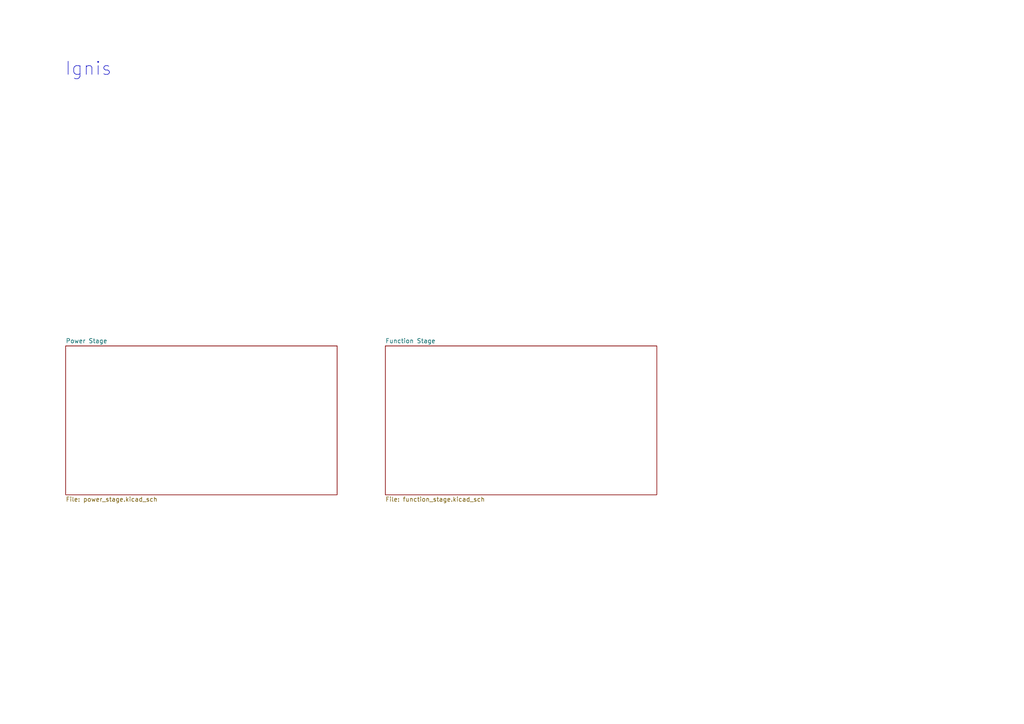
<source format=kicad_sch>
(kicad_sch
	(version 20250114)
	(generator "eeschema")
	(generator_version "9.0")
	(uuid "c0d27bc6-7cc3-4f73-8ef0-8760bb072409")
	(paper "A4")
	(title_block
		(title "Ignis")
		(date "2025-08-26")
		(rev "v2.2")
	)
	(lib_symbols)
	(text "Ignis"
		(exclude_from_sim no)
		(at 25.654 20.066 0)
		(effects
			(font
				(size 3.81 3.81)
			)
		)
		(uuid "d71fb224-0f11-4db3-825e-87a10c0181a2")
	)
	(sheet
		(at 19.05 100.33)
		(size 78.74 43.18)
		(exclude_from_sim no)
		(in_bom yes)
		(on_board yes)
		(dnp no)
		(fields_autoplaced yes)
		(stroke
			(width 0.1524)
			(type solid)
		)
		(fill
			(color 0 0 0 0.0000)
		)
		(uuid "5f9b8629-ad7f-4628-8ddf-c445521a1622")
		(property "Sheetname" "Power Stage"
			(at 19.05 99.6184 0)
			(effects
				(font
					(size 1.27 1.27)
				)
				(justify left bottom)
			)
		)
		(property "Sheetfile" "power_stage.kicad_sch"
			(at 19.05 144.0946 0)
			(effects
				(font
					(size 1.27 1.27)
				)
				(justify left top)
			)
		)
		(instances
			(project "IgnisV2"
				(path "/c0d27bc6-7cc3-4f73-8ef0-8760bb072409"
					(page "2")
				)
			)
		)
	)
	(sheet
		(at 111.76 100.33)
		(size 78.74 43.18)
		(exclude_from_sim no)
		(in_bom yes)
		(on_board yes)
		(dnp no)
		(fields_autoplaced yes)
		(stroke
			(width 0.1524)
			(type solid)
		)
		(fill
			(color 0 0 0 0.0000)
		)
		(uuid "facc229f-96b0-479f-a319-d364948dcb5f")
		(property "Sheetname" "Function Stage"
			(at 111.76 99.6184 0)
			(effects
				(font
					(size 1.27 1.27)
				)
				(justify left bottom)
			)
		)
		(property "Sheetfile" "function_stage.kicad_sch"
			(at 111.76 144.0946 0)
			(effects
				(font
					(size 1.27 1.27)
				)
				(justify left top)
			)
		)
		(instances
			(project "IgnisV2"
				(path "/c0d27bc6-7cc3-4f73-8ef0-8760bb072409"
					(page "3")
				)
			)
		)
	)
	(sheet_instances
		(path "/"
			(page "1")
		)
	)
	(embedded_fonts no)
	(embedded_files
		(file
			(name "TheoToys.kicad_wks")
			(type worksheet)
			(data |KLUv/WAvhr3gAi5Bx+cVINBIInkDdH1ccw0Qw2etmot2sbyMZg+jQSdXM8jLyP0FBBbRFc0VJKxS
				p+s63Pm8G4dBOpFKaEQ2Hb9aCSki7qoMducaBJc8p4KXda4eqdMhn4hKUp9EAIozT9RlK715ZrG2
				YMTr+ig/vjLjm1epd732l5f3me/qQ5P+ktWktUC/loNkFyCYM7N6kTM0Q8jtHVVFK1CwpwhdF2zo
				HHlKXhRicZWgXLOiN/ncU3zpNap+li4lPIWWZ9GBwmw3HRyZlUaTVUB3yJnBpw1QDJyRHDwGVrRq
				/u0SI6MPDl9rJZpDmaOYtDc8IrO86xF+jLr3mapArFlZ8AflOkbIEcFacGrdS1BbU3bhIH3nOgzh
				kZF8+B+7eYtWioP+tz50r1ysRt1filyhT06cB+KFtM/q242qAwR1rR2YvcVJNIFNKCNpF8QVvLL/
				11t3kGvAgvOzt+tCCVDgYghNeQJOY09WYdYEURlixzjqUIRavUZcX9gTp4EYJ79ufTyeVU57ZCNu
				w1J4Zt6CI04s2b3pc0M46DjTZ9P/oFUgCczhycQez9nMxLJ3jSLIvUflx1NrOebi9euv+BzhvDmE
				w886ztcg1aUY+ySnM9K/LxzzphkaMKqg+pz8vZ1Dvwhdqt9//EPP3FWmU3TmAmKzXdNHr54wcw7m
				1iec2rmez+fsAfbIknotxiLFQIDJNtJ9TdcNVfTHCt25pduVBSsFbDwVlVUIE4c9F6W6yZdbMhMW
				ETT84gk7C3mU4lLzk28/+fEBS8sktITtPmIPUU8RV5YEgm7kx0nVgFaFX317I+yLA52SwUdbb84o
				K6CKY5JXZyfh72iSva61RoFPRyM1CYBdoki9Mwdq7/ZuCOVwWHXFKnA5JrIKkvCsYJ61xRBrcHKb
				2+kcB/HRwz+TAiqxXIlgcm9dOjhQ3uqYVgxln3JQezY9CCKjBp2xohQs+/ZXVODbVZhxJskFyw84
				xaJHZRDLmv+CxKdW5z8LZogJrQz6zwefRausMgpVIV0zPHuQayaIgx+hdyt5nHxuuO3I6q7xm0PX
				dBVdjZZkMMU/85QTl52s9e3Ukch9oD/P+R89zKfqRwT25QosDmakQ7zDEEYlZsRQ31uvEjhXDObd
				pLQi0udrmQOfUcrsFBWID3fezTjXHAr5x78hPZMq6HMYjg1qaOCWSILKWwsivSmnV+LfrFE38HbH
				Y3ukgnVFhr+i5xwZtNs+S/WQaGFXiNThd2+NM5uP/bMBaQI9GbGxIGRC9W9qekBq/PyHhUMaWwkD
				2ahoL+zBGo/30J3Cq48D5RczmSsJsOAVqHWKw8ICLxvQwmswy9i55DZO1D1uR7C/2gw5tffcSrOz
				7ZDq6GILH9JwqisB6577Z9E7lhoclZyLCFvYhR7mkIjjmphFKt6wAmkCDXNbjYj6idDXMoioVO9l
				BiFqHkhg5a7pNpvvKrhb7GpBTJCIBJmLyd2f5FiP6fdVOOxnZ8SBf2g+bETofW8Gm1XhCdgDfrod
				4gWvZPoQ51+eSifUBenV/tBe9qJtLpNWbO9SgFS0hw3MNPy0zkGMMvY2+ROteYcd0+r9ZikHGhjt
				TdVi7HlV0bYIZxQrTuc57m6ZOSGj+n9ZFPmfiifvDZu5KpGmhotNh6u2F4mIlyIWd0fOWk9uJL5V
				rs71b7XJ4WjYOrdgPg43gB7RE6cXVppRnIf4S1dKoJNWAa8lHeJ5NgSws7Il16MoTkA19EnOExvM
				O3xomnPT1nVVRURTobBU5EhtEwXvc0EdxuHdydOFFxKB9ITUhyX05d7Yq1jBu1Z5oQlkQ/FCEZUj
				6PFd7RewnHaGf3q2/q5LXjEN/22VDut1tEaJbhkK88mxsh+5jp4dz741crhah/pfjbdNCzrdFqE1
				jDgZA7mLYxZ3/qgYqdegBYi0iHFK8L2J3ByrmGUxt2AaLCCQPFmuL1PQdBnghFn5xlwdRlJVt0j9
				+23IUT7swyhu/B/OIRS+HdyK565TWPsrDrG/EZngScYUmXrI80ghcTKo8S5TmfpKrwiYMlP+jsxH
				55NOvVFbTpjEK0TOnA28frNOXyXDGxYD7dw/aHnMBUZvIwbFneZhA88Pq2RgdNXZBdFVLfbSxXiS
				2FVzIkdGBjTLf8VLUNyaj0pDhf23OvkEQr2qikvmMx0l26qLCtxmZFApKYmbOSNkIp5tG75At5Kz
				ObVx1lCqzGSYNuz4rT6COGGRjICXoBOH2yQVaHmAzkFmRx4nZO5KijvchU64VQmk3rAFCfBMvy7P
				ibMnwhJTOn40kfhfCRGGKjZfay6Mf0Ui3DXxH/1BHXDzeB6BePOFpVFPEnLVOTV9y5yDRKjfQFm3
				Zi7PcM0J7s7FHxzqH+fR+QxUxy6BizaB13EQEfRgsAQ98P+2QaC0j0PqlJwmqJBWQKm52skR9Kwn
				9+l+sVJei3hr/R2bVzKht6ZgONrNO21/pFDDktXEURX5S+G6BtG/qV7zAvK0RuJL2M/GOX1FEykj
				w5YyRs01ozD/MYzjHyiDTA4TqHGa5vAbev4Bw3o4SgHIlBT33ln1MMd1WiQSHvVAWVY/ChH1afTE
				vdnHeJXhtp9H2H4RXsIMNpMh6C2aDEzCiTmZkOkrHIG3OJy5q0OPNRlLctrEJkg8fH++xk7HyVxZ
				+sGuWVUJtt1df+0MXs+5oK+bvoeQEas0fnuAZNBzr6cBrntOx/aWaAPg+c7IpfXsGIC9UsTT7EmJ
				5+RGluEC1aVNA46iTlr6JObw+88qtVWtUB/Qjj2IU4TCs1Y8T4ROIxrx6o8Rq8Olnrb3JKlAYx1B
				RBll+2d3fsl3aWCt+T9GAcyz6yBrAsEahDFFpRyPf78+1lOxqUrg7/+d/0lmaRTspKI/YvyvIAaz
				VjV9VkVSp1UTtL0LOs1oCVTrHIMts0X0O+kQdV7Zl8SFm/JpDu4/JjPA2cOd6gXa8OvOBYw1O5+T
				zyoxrngOlzswe8n8jEVOsrXfxQBCej6u9xiobnvE2J8gX7Y6JCss2L7oCYeV+8bsTl5AAVT4ooP4
				sKNq89RbX0EvtVClbV/5BjpsoDYlPAoTzHJP3Es9t5MXMrWhQ+TjrEf5dwIVpl97DznNV23/jQz9
				0zXLKwZ9YBcI1wA5FT9qBxR0qs36OBAj0M8E6piX9K8OObP4dQ+joViq9pUsNhLFTXic0ogX70/H
				arufcnUWhbpLJklOZHv80RxuwD4QUcgO/RnXghNuQJ20ILlzKHASE2U4V5rhZOdUVL/9FtITQSJ1
				TMaplaL2wgvQn5yfbrZYnJOnA0mnnsA+p/QkHK3DBwyxENwSIbuKI6gmbhDsnMfjAEJQQlwKLDtl
				rGAeBOh7P9eiZGUEVUoOKb3/E98cTVAcQ4CIeGWN5IkQFPXQBRLiIru51WVeP1pDhvTGiTl9iyWM
				eSNk0EnIlU13ZLb1Os2fY9v3em2LuiT8QC/Qvk0FkyJ4dQeZLErT8BvbYodThJPsRGvI9zAUab0F
				uWdKXY9nVYEg/cuKBSQdQJ79/6s63bD5suiLo84uyncP00afzOhZm0bnghIOM7UrGxVQgRTIyIoZ
				dDv8Q5RjCwIp2QqUcY2CeRrY9WFCtytsBIpKA9b+a+5MSawjENAZNqSCShgUooEVXQjG9pTxqe+R
				2mcdBjK9VphqY26TQgYR+IbywBbjNsHkuSsfwZiDy+jo34v7aln8kqYgWUIoL5bqbh0kZFcP5rRx
				9CA1ljnDXB3w0NpJXlkpWq13kh0hS65Fbe0Hiql7Bp9cVgbQSiqsvG8rTAtXzEfaThB6EKjkBdmA
				YT0v1SvMhyvZ/nb/vdc78+SY9bxLD3sWYN3z0FyiuXBL9tLPLD7SthuB80IDxWmN+KIybg3o7p+n
				68CCDmmfGSQekaQEaWK17cJYjkzYP6/EzL0YH5z9LZjti3VoqG0tgO8nDRFXrqXqzGXyNhPNB9qM
				ujv2Qc4gukp3HNBSZmldycgKcamq+xlUs+REGg2AW/IM8DUfzF9d5GzDJtFDlqDkBgqI/X35xlQv
				llTfB6lO4YVex9+iMmXO1W1TZuj7AvXMfhBmtHrhFAuLodWu35xQVMyY4JERGKps5QsGNRiq5NxM
				XFVM4hKcZa/TvrYVIIJibZnO9yJ3YNe7CCgFtaUbP1gxRx7zJCjcQ+4wUi0+I2N3EZbchVp5wOT1
				D05GZmlfww931o8mHnEbcIrBaCMQV0mnNFRs3hsCwUnW3TStTrz0NlAQKkW6hSFLnz51p3dgTE+U
				SRuwP5sXuZVb1Sn9FXiYqDsrJS9e8Z0msA3xH97xJo+k4xSRODOtJ94Fr93ZgYDYBnJLTWieiCcF
				PQS72cwS620LI2F8RKBVnlZt5Qj1mljBQK2jL4+SLgiXYF68G23a42JZBOsCNOxAomCxhb3GA1Z3
				q8JsRIKid9/asAIJAt7g3GXWDS3JYOwqohzoR8/aTxCQRspcFQ4+C8YjxOQs6JT5nIm1wlYxmw/T
				bRoZuGotkHC2K0pWWodGcBv6PfdIhfKW7kwarJ1PPDU1D+gBPPtW0LEkmQ8wYJGnxlM4ZVKfcs22
				cJjXlgwzXFZZ/+vPbuY4GbAKFhJZfcW2WKQohMgCjWjOEW6RhxGDRy7Y+uWtkosIlFCYy5YSm/C6
				8kN9fFUFbCSnuUh/Uq5X18FBLPzEvLRuWZBEVy9Q4VKcO29BElkaFHIIrVCh1hwWfbEZeCiFczwl
				PV67m+dv71ljii2paebKKLJm4CcokWCB+o+Y+JNB4yIPrTNjWQG9IMKOa4OaVUf/Q1ewEVZYZ/XC
				LE/rGgVk7dnIHo8qEA26WWH+NhNBE4n/N0JB3AB9CmwQZThqmQ87BflohRrN1U3B7MuM/Oeqqs+8
				DCmBioL1YDp0kkZyUTV5zw02gBYThEsGbb4ZAh1ctovCgTODtI7DZ9K901eCaTu/uEH2XCwwoQQX
				i6zWwPE24CAH7WpduKGYtzJfA5vUeHatp4NPjfWmoBvcILyilV4c3xZP9Nn6GvJOBWw3oKezfoBs
				j+CDACMIB71YvPjL072568IgNhMNYTkNwfa9VcKlLj4YGeH2Rq9uHzER/wTc5TSC7a5IxAv0rl6r
				qqWygjwDpRTQWQdpSPcdyaqRuzsRsdNYFQJzVAEVWG5LrfAHhWjA82oOqLTu0Esp8CtP5RP0fmCV
				ismHckBAn7peONkXo9HqtcnkHco6rCfpIeItYL3/T0qRyUB8EdyGLPmBnxkmU+c1YPHNUCgDIhcd
				OXij5vftI1SF5eY4M+mAQ8NooyHTxz/h0ZJquJ8r+vryuXo0+IZDkVX86DaHYVdkUpiOmk7qQG9X
				2kovdI+rFFTlKuAzFzx5jaNFPv+tw5z0fM5tLWueU/2KQkZ3BXt1rgfgEx84PawuRXyUqnOq2deY
				NqDZBqbYt7RkMgo0OXQ87iuvnG2PDjVYnSy8IHY/rkHWfYMVwjBvznww2t+yDT+Htp+CxEE31MTU
				1AGuCyOY0DuYeUkTxFTxcOfqPpNZBWIyHS6vcu8fHWFWKwGvx3sgbpLDnaua1v/adpyiP7h966Kb
				g30v9XFLsRVhWFRVHNkYjGpaWtLp+IGe6wgqZdDlKuhM0/MXelca7EK+uv+M994Idm9nmlzm748Y
				xPbXKqblibMU66jsqQE7VG6UqZeBOycQu6ZIh76bA/kKdHsqajZ5p/hJWK8SNiE0A95Z8IH2F6xQ
				JgozvUQ+CDxKLc0su/D/SmZQRcSdCfH92pRVUY8ZBy8DGl05dgKTr4ooE55M+MR2OX+dlGZ/5uur
				rjBgXLqJt9EPpC/fCKU4PNjYb8TNheWQ+y4GmLXQbgn1dLaqPbSIs6m7GVJEsBSxWJ99508ZaT+x
				OVL5BJe/wNDHn2ZTjlpS5pCUYh6DAKpZ5dDCSybYK9uM+i1RMAopZ54NFSrVB/RFGYKSgQbkls7k
				PotZzGoWfZ1JAJu2lVovCXe4ZXOusiQKx8/6pPecqMSqF2DPr6rKcujpTAwwFjaR5PL4t5GB34bu
				n6jBE5l40/vdizK8x7aFN/Fop246WI41d1WRQSC3vZML9hknDfQp8y7Xq0RBVLHPiS6D2lbFuAbi
				Fa3pqgrwy25kXm7ihmyM8FeG6sxf/+rLgEspu5iszHs7EeSHlecauPHdElOdxkck6nNkMnPEWWgG
				dJgvj8wKSWfpOfzPODJ5tD3h1ompwE98ZwzyCtmxEK7qo5jRXJKxXoHnCagvX0WY6ZRicBgCbzs3
				TeKWxp7zcwgN9LdT7lMATfBGhvYO8rxq8QKKMXfZuv842qbruWq+liCnhRisC/vTbPGekSsVF8YA
				PHCzh5I58P4G37qvW2TouGx0ehnnY4ZlwzUW7r0JgoSNYZMMRPVav3hWnbJCtDmsH++Thm1gXeVb
				pfU5LElqotzHfDpCOkvrp8HPaKtrxaUGPvfUIchsSK3O+Qk3WBEspEzZDF/Gy12gdAThCGyFHJ2t
				QDtQTs+npE03nUAU9+wJqokreBzFEdgkKszXuJFFHRrBqBhfMVjOcqxfO9xonnfY7IOIe5rw6m2d
				zNAzAMf7mHvX2ZZfhS6BIKh4qWHkbTCiUiS1sT0RndMcCKqedfugRH5B+8U/rQ/2Ot7JUfAeEN2L
				glmIUi3+LK6VxCqN2CqJ6Ww1SqkIM8VhROWAtteuOZfkRJSOFREZEX/0qaGOioy/ShGi/WHJsVlN
				2hdCoj87HkREn6YeJ0D9ighsvaCqdHXXqUO3VFQAJnEAWjbp9jgUyZksl3s4SYiJTuL7KBqBgQdi
				FMiHwBAMCm8dNPuSvElaFwI6qPkmgAieu0+TXr0ip9OOKf3H6jILlANk/srfXhVrNyOBRAOj5xmn
				yHsUwlhX9q4bRRBtUrCXxSAclIZgQFU87B31KKzlbKnQ6UDvf646Ho42WTo+2SKqcljR5076fDOV
				RDhyBBt2RGCdGESIZeswcXA62YBxDhKxxM8DPRxOwEsGSggM8+soUerGSQACANe47CUu1xolG8XK
				GZ+Yrc/TIf/zI24FIxb0An9ep4vQO80JWwEYUN4lyhAMwjDEkTAHEAakcHkiByTHAYRCl/HdmoqR
				GARBIMlCfX/7oojyiuI4AMl+IMIqCW6ls4XLuzXAAIYBxnIAUUTYV33w3X5GYRRoa8Cdpqw3gGEB
				A0ArARhwl/FgVg0YpHS5ddH2t771UHg2DTCqMOrytGMYARhwFQcgxxLQKq+LwgRA/6kuBRAgOSAp
				DECUwoDmKAxYEgMGMzyfzQGKAQhyQJEsIPo+lIAI9LxKAQQw4ADpXUKDwYAfpLecngbwanvbuFt8
				3kgMIEzTJIqjAACQZ7UwIDEMsGdaAIUADDDvhDgSwwAi4ffBKbeGAXeZ0ukglQfzecOEAN5zhk0D
				UvhubwNS9jYAlfF5UBogAANuOY3j+UwI4gDDAFROmcQ4wDgMMAzkAGQx4B6Uty0AARiQxqV8n+kg
				nu97Nun5Ztd2QBQGyO06KOME3GoKGyApDiAMYG+01VO5hQ2QHFAYkPatfe/pXQAAACAANH6nNnFA
				I4AECKBF0wTAtAAMGMx3OUjldDUAUxTFYRCGAfLc2oM0LwAAAmC/egLQ8mzfAgSgSnJQ/Arcmq4X
				wb5P2Nnd7FG4I7uTVnL0jxfKxODuKmyxgSo9Bwr53AJ2vMVHXcN5yOCKb/FK4Uaxu6Hh890i7Daa
				ZYDjnjjBmAuJO9wqDheRQOYZ1kTt9EG6WfE8ZnTCyKghsIm5jTaG3y3lel6cRbsW2oIi7sZ7a8gZ
				rbT1f46qrYo1MFaTjWULAxwxhYQiHz07qspDoWrCFo74wTwZhzz0XhI8Cn4fWFaM4vCHv5UeDN4c
				klsSV+Vg78JsoB35gPWbl2ZC0xQD+QoIW7FE9NywmCa+0s7WRtnUHM7s+6yYcpeFyuKIN0AQaFUD
				u1BOn7wSzK16gyZ2WdvfVmkdSo0xppeHeK/ms2xOFAw3gWyh/CW6mhAvKuuPAUHeEt/NfSyUtxEM
				WEnGFEKISqdSHfufXLP5UT83wDcIRDivy9DY/iadMcC6kpnmM/BeAfWtKEqdLhKJODse97xX9Hlh
				gkDR7RW8IevJINDGO0M1aBvNblyWkwPqsyqITutz4MkEAQgqmwXvM49aZuhMbbT+2khFwsOziedw
				vkM4jfT/j/5Ye5wkWGdBN7FxoLgdtLbVMyQiSeUeIkmQekQhCwXwopmSLK/6zRrUu4wi13GT8B0M
				W2mXqPwJ/Zv/r+qno1luiPduh+H/QJ0d5naPryISPd3HT1U0lfFUm0Gx9Zacg5+4KzDdEOG3gSAa
				fROYPhdqQO7wXdsUARJYIX4IQU9Ah6MHhiznQY1VwNVg29NhULQnTOZlv+HK/LUVkxH1DYt2V0pT
				tZkdOuU8gdmmu+q84ts5GyFVlLBirALDsDCBv8lRB1vtSDiMOkuXc6Q+M+vNpgOB1vtgojVCqFcW
				d5qXox9tL+tnWfsYUBMIlmZAC2jB8stdsNN+kojxfVibgawhA31cnQ013MGMr0lLTXUQxtK2PSvq
				RN9OvaNuZbQVjx8LQqpLPGT3hnuN11C6bp5+sdp2rqJMhaHtAqhup4Gqkxo3Kul3kLM7LxkFP6FD
				apyOoNcD/VRTJrlODEcfeWXh3DakgtV8BLFuXfvb18ywNPML09+qIuTdnn/dywO2L3PtHe8brFa1
				LVttlADv0pDlr9NVK1nfJY1UNMpF3Twwh+7gSyvBoIxdPQ9calidTwyikivl0eAjxRDs4B0MrJsq
				bUTBHf9zaS623zZkqovbyQjW3/ZumQjf8yNVG9GALD4z1QjsmaL/P1WrM4cKYGwzRMaRH+FPQlvJ
				gm4jGUPcbkFX2d8y7MOWP0+8BObL3nPwmQYnxsJxr06wo1gO03FhumTTckLgJRbyrrf//cw8cj/D
				IwIqIoYgaFulgiYN+LkRkRGBH7/mXssUi+x4nxgpgWcppccJfrLj7kEJG80iWHSQ77SIHCunkGOB
				ffgzemjSvLXUSJwN8Mp9Jr6pTnB/KgNN7v1+7PgVO+VEoyYQBy9XFpVhYXEdRKRow65iELKC68Eu
				gfWctTW6wgGcXgR6ltoAEQLTKIarrJjk8gkGv4vduGMd+34hhqRS37D49lkV3JbWUQORq8EM5Zwg
				sySQNlABoQKvg6WfJB1R12G6wLa4MOxGq+EJlsoZD9XdW3sxThli4BnpozvKLytnVWbS/H9QnWZ/
				0fj9dmKlboPgBxBlPO3Jg1JWFs5B3QYqmHZjavC4Bb67OvE5IJOuphGwqaEcFwQ9Bi2z5s3IuNSi
				1JZzmwghi52xK/AgSULVIjdo1Ti5Q/fHIvZxQOhj6fRZX8CILug1/Tpl5mGNoDuZzepFgl75UAfD
				4u6p7DD514VLqqQVVdVG8gRUZt1wU11P1ofIzY6ls+JM2Yc0CDX9/Wm2Eg3MFIR1ofr2mL6H5FMv
				xpHW/7kEDFfpS3CHG3gQ4Q19qCe7lTqrViuBS5N0aRbWJX2OfaDscpzxU73rugAnxusNpcxjetsa
				XA1+0ZDuk4a/JhqSGFZQsZOmH9wqftckIIXouv+UKQSlUfSv2ufAMypDz0pL88Q02yBkawJKU7hX
				897bZ1hPNxao6VjRhkPTS+pc8aFhdmvQBNKDaSp5iDnvjmYgUw5Y162nTPl14gTj5QONuTGQbK//
				+zM13p6w0lS6yrlgOmAR6FHstrM77m5G6FgE2dWyzqHcYAM0QzwR78YRbqEwhD6r87rz2A/M0Ao/
				mIYY24IzNRvHkFGpN3AH6WWu3OW6augQhqOFwliDPUSKUTvATSmesflMS0cFS0OlBf1J0SSXZm+M
				Ty6BUA3i+0ffdjytt2CpjZeQbIUZKo/r+4h2/S6eOQLn0Bw5niioSZNi212ZrnBDBMP5exQQRKcM
				wUL01aTTodFKD8Oa9XPUzM98MXDF1aVNqYjw+4I8DTmv+YVYOOI0OOKLVQy8Y0BAN8nAItXY5cE5
				f2d/wytECSyGZ07rCXL2sWON0SOdhwzXyAznfgeE0gTOE1v9Bq+vBoNhPACz74XffzB8FocJ0o8i
				7G4qTuCGl92HNgiw5KCmNjBEWY048ZoSwcvT/l/P+lkHuSOof89GIpNws9PTWvophucZQSJSpbtb
				f6otMrpfdhME0xw9ULjOkOGYjLedjHT0Ljtm3sQgMt7x6+fRUyUtZsZUJEhmxoUnIEc7mRVImoQd
				pLO8DS6ron1NnfINjvRJxKlgi28qEPnvPcs6H4fTQqnrXrIIpdmd75kdNCP83bTzV/FspLAmIHrd
				UKGBZhvLHtZ56OWzx2NKu24Y9gDqvlT+8jb5UpZ5WjFN7edTYQcHffn8A0t5ysPckrzVaiTxGLRG
				D6Cp2iKJo5BnQIJ3ZKnGQNgV41GzBYmEcGaryHyZmVRY7wPxV97koD50r5ceUey/qlrQ7tRgNYJ5
				r4uAJtADAnUQfSZeOkoK1aB01p/peDl88Dv/a+AnloFAWMK7FblfHkQZCveBjw8lLSWk+J8PorRs
				yAW8Ot00GjbPyVxrGKT3JLz0lFyaqXEkJP5YgRbF3Wr9iNs71RNML+KNCj0TEp1Kc4bceSlJBpLU
				TbjT7D4J0CL7nf0wg6c9RU+EDXw/euc1CSbTIdnmpoYb2HOlm8UkJbt6HsfPJ9lIIAHLmkJXZkj0
				QBmTmHAIP4l7M/B2aziInLmZfHVzQEmQc86LjYgVBDyB5qUM/rNdoCLVSzt/oM+Bz3ZjfHDPk37D
				jjck9Lg1t08EfjBZWoCUc71+BhkUTw55JiiN5gNQdzRvC0jXz7Qi0mcxi8lndYnm4kalQeRVGkBo
				ibcltC7nILnm794mMrkvC+GW7AkRaFulZgr4qd9H7Oa1j9oocZfPdAAWtxZyN41eTEt+gkusdSHV
				tvjC8ZpoSayIitY3fWZmwYiAWBKyh2ZckvtUkFrtXsZ6re2iTJ9xvBcvgnTBUeisKiMI/KH4MkjK
				+3iczEEYfzct/U/cdG76PK1NghDr3sWTOMOM8u4CVSRWEXtkkE9ejj/E5o2wtTdpiQMZ+4USbWB2
				r0h+jWZgJVCKOsv51f86OEEsgzF0w2vvzUM5yGuedKxJPr1S2XKfoUAeNA4z9LOJ/ZwWZnYPHaD1
				PIlmQQnCKnfYffvPVGWiGnYgWsrEmQ5aekR2ooLzmIMe5tbs5UM75DnM7epnfL2cHuqdGR/TqSIZ
				7WjjvFQcVC5qtDld3WHZcgGaMilNbQLDmmf5XjiqtJ1CRS8Tg+MAJn9Z149woYNaRj16o5J7hmBD
				L+p7NHqgTifT3QPnIEXgiPRC8Qvrbk3dKNiLFLBTTfjqjWPm4YU4CAxTIzZEz/flOCzmkI0A14tm
				o+f/Fa2JK7BmkGiJIypppfNAkt8eH6ujkGQBDaX7BDrf+81kASMYqQBCaiQD/R+SKq219PXfT4qI
				hW2igBQb6RVmKWrwFwuH0FGC5hRxfPrtNN8QRiqAPxodvHukECnq7yAdZBlhF/Nt1BS5GjiA1Tib
				Zyyd26ybN+wqDKascKwHJ7kh84iL9Zov0FLeQ5EC0BAMym2vKTWYr6GBG822hptkS+RtMvuz+jke
				ZKU1R0/57dXXCIgjNkHovm+ZnNpKEKSAikcq6GhLsAZ9pr+9DZcWYdOdJ1XE1nj459AEDg4PCeh+
				5BcViw+6QKoTEkaakInIS/K/Dlk3ULpcMeBlJajsEELI7wkm+/gIBtNeTrehT+LIZf4RTvNtTSYb
				rq3Mpi+tE0TIl7RqxPfR5VN7t6Cxq8gx2JMDUSpzPkdhsqKsYS2YDPrBBHmDYWnMYmSc8rvTyJzC
				qU66mgXy+XxgZvej4OaqVm2Ze03rBfn2uDtNxUOvjLEF6REOySLkRIytt27AYFukzUdNGtes37rH
				UybOsUe1/jKLkHOEiMzm/fCr35lCUY0047XcMYQGJe2iL0o1+3T09bAMrtWaYdQVnXyAkQ+jPhKi
				PHSs30IiO140ohZfWOnlnPxjLYGHw/Aqi1acVf0bfSqzz0YAPZ4m7N+gYPzGOWLsfI5+XwY5WlSr
				8RD5J1ex3zEAginUbW2NofKL9ZwIS8rIFwOSw4SI113QEICJeTSwvFAOf0/C/Ita8E8KpapYAznl
				c42DfxgPuyOO3e52jE9q8qA+Y6lBofD9NQ1tkKYUrRPhy5ZxDRS7xFKSWQrGM0SlGGvTz+AEJ2CM
				K7M5qJV5DzHIeWPmQCC5dujRnRcaquNZrNyJRzTlLamSrsODbpwI4B5aabNmbdl2IuGmBE4O3s5Z
				klfV67r8PR+ZTzVYUdpHWjXQDQOCqL7WVdvr7lnlJ4J+XYtS6NXYfH0MFmFrDC1sCNmPZhoXLhWb
				ig2E+9littIb2g4IRn6zHoQ30vu4bP1Eyo/UrbERnqtEai/na2FvMOVTcy7n2TcT6M+pyFeMEIyH
				GD80Q5agVep25kQm/5wnM+VsvWeFHfNCVWOSGYQvJ6xGWhiVuLO3oSX6UV68Ioit0DXbu/RKYHpk
				ffXmeNsRlb+SqE/sXb8TRQ6Z1Z7iLmQHzzXvVOn3NJBNnbXn6WVHxVM08t9mkb2NdHyYKIMkEehg
				I8b6CqeyqRNDRcI08BQh+GHoeGqS/+nbAUJc/i7E5SFJUgDDVtSimntCRSY56q0YVuB8+acPXLpD
				cJ5YoUHY5UfKZnL0UMokJHWQqxkvjGyrvLtRfKzFgCC0lFp33ng0BHIMNkMpO6ZaTIZD60nT34Ya
				a4pmnIjWflVEbEnkAV3NP/+6HrBOx4TtgFrXRO9FrjEZep6YFPvoIqx91aoKbLvby+bwSTrd7gbm
				sj0CfUBNaSpo9llzXet+8bt5xcy5/k5fA3qEugkE19bhUBhObi1/Bs/J1tBL8z65i/CkhkFZtxNy
				Fgs6/vPg4RchoqbpgvVnZqMKBqPrglCIjSwqIDd2aCmwYtSXkVxsoZxDOCYyC/vbolm1MGYoFxXn
				GpPpRN9VQf/FT8H/CHhHUwGXF2mBzr9H1+MXqimwsxVghZrog61pmy+gBrjbyr9LgipFB27N3LTN
				PPDudXFr46peuqbTek2oaI8hFZcxTxR68yhpTytjJ71kihVNr8D+QhKSBKELjiETstnGOknQj1Rt
				V3NQGGbb2YsGvkVWqc+Nf0dN/sEKqS5T8VmdCbFwW1vx/8+X+fGiABEDZDcMQ6Sf2LClslJVuyMA
				oZ0IjAHNgjsWbaAQOcQb+lH9ikj+nIIOMvVq6OxDMhvnRfzKCad+t/chaFh3XZo1pQQUVrzac0VF
				pdltMkvbJHKmxHhb8zbTNSXInxj8xwga6NS6z61TLl08/egzLuayhEaujP4E5gEFeZwxGHwmuOto
				CR/5gJGy0sd8yPPqIEV7fPrQ1+pXQfRSARJO8Z1FtLvxIqWu5wOUwrT4DOGgn4aa6xFC5s85GZZZ
				Bqe065OYD/W2Zp9aIzqy0usL7wOaL1S2iVIDJfGKK900vSJBbUXR8z6/3rIIvBtkP/80KLFy9tiW
				NqcBmLwv9Q9Uate32roZg2miz1G0OL8gUobs0V2NhkazLBSVNjQaQer+n4zPERtbW42M0/n7UnkQ
				UhGbYnQA7XHRehbj/o0nUE5LAxwkPqs3IwHdPht8U5xPcdsJ8tHX5iSz0iKcijaFsnBgmvB9LmAU
				1cFkj797DqzypD4CWFalr7O1VSKOCEWzdrIWy2Qj9mWl4op2rw1g9N31QBj8s5cht07ko+qycuuY
				m4roG6xRKU0dlkTQ223v8xkxd0WTOkiHfL8okVZ1aUuPTMG5759lAJqibpBDeYQbTD2fq/v8h9lo
				q3wlupOYh+5QAW/EcTg6Cz8hhzDJOKnik2kYCGFoNcx/GxiuAYvkk2cNJa36X+FCSWLn2poqtlor
				+pUFQYy1/d5ZjUB4TOSgkGNhcoJffp6jiTXIF5ykd59nTCHe/7kvPCwWlSWjoceTuQTuawJlhUJ+
				ZTuFucGHt4T0j+1oX4uiU1P9QI5gzB81FOIxXnqvAwEtGzQCjBgM9ICAQJ8h36EEcUI+6PDFUfMz
				s5G2iEnFsplFYfNFRVwgN4XBEFHl49rYfgmmtBUYzqc5GbMKlGQaVjGg/I6GzPJFCBdlsAnppLnQ
				Z73cOd3RWQqyF9TsB1ZKpJj2w2eourQ6b3HRL7ShSEO8m54MFUl+kp91YW1OYpLMXOdUJAQKwPVX
				PZdgf3cEafZxjMNokF+MYcEcdiWqQdtOGPMNe3XMSRrB6JowrDoJ35Inhd3wIhNzMJnq1B8O/ktL
				/lAYYYkkJlKsHs41KtBOy1NqTN+H1ENn2wsueoSzWCpE+gdk3ApdApRAQW3gW4AP84tlZfjTZbfF
				+R0WC64nH0QW5sfDRjFFCnuPVjSIQtoGbh0OSJXlvKzzv10MVBZCoD9gGcfgLbZ8EJ492LJXms7O
				FwZBdFgjQlHedNaDxxIdTOwAO/9f0xALfiXXs15JX7aPcq8hMY3j5MrxWaQf36TpXmAuhU8VB96I
				GOnx6iOHhVE1uwg+Dlk74Hn0IWBTt/o9RJqAFl0RnhKpTZk5Y7iyiojzGgsW+LIKY6h7zX4rTqFn
				y1TD6/vPd0KEQnHQn5ZTdKoKkOmHv8+rCt8PjN/m4Gft1tdgrc01KuwmaYL5+rwjONUXVvCNkjXl
				ApmBvbvsaA2zmhBTTTFr3RQCvfgD/lh5wV3+tVkLMBVeLDHvTutV+S2vf/c19/pWnBJggwiU6t9i
				x388cruoR5Z6pv/1vX3nXCOH4yB+0s3mcT7HXqQgMzaH8NDmQOrs8mzh9RQ22xQo8D3rxskcqkth
				IIAf1xV4Jvw/K8br6udVPUSoPMPliPyg9sv5I/yqvro5xAg6Chh6HIfym1teoVsPuwuEiLz+6iGf
				Ja0JiEZQZoSaNWe0ncTk/3+gw+uu2fVjCPoPV1bn0nc7pXNp5xDwb/rJVYKtxewKf+TrI5JpJsgn
				fCq2EuAC51O1S/JUuYRKBcfIOoRG1cP/fOIDXkm7E7AUXAMbR7aLk/7BYT0U/ATc82gEg+v7rryq
				WZiMwZp1V0p+2r0kCjRKptZ2XaEb1uej8zPvYRqKF+ym4+5V/Yx4DdHdtRjZARoCCYeFDAIBrHAr
				jqOK6Km4gV2EX1omK/SU8aFZNZVF3BN8Ly/j1Z4FFiLsmhdyEUwc4f8/4af6jlHB0gkVebMHfLif
				yFCBHQnfy3wXhVf6mf19xvIRGOuszPOC4A5KwIlbXAsbFxwEF90sOEwP53tQgqD4wMO5C0eypaTg
				rK1Yd7OX6VQoDjKT0e+nsU6lFyygRWpLKrZ/LZlOLos7VAf7EL7YUU0CeqzQm3y3vv/wdktg18+4
				6fNApHPp2aaQ7eAPYtgLXCOrkOXiO2RAfE6+Fxs97aj4nT+Uddl5ELo05Tz2D/o5rFBoFhW9wiyh
				z70Jq5DTlAFTBfk23KXUlpsFHU3JbxMG3KyCoISuTIzUtTl2LDwI+aEvVRh2RPrLyN1TbIokmEuA
				3nPl9Tcir4tNrJt9wRNtLOg74e6FR0ipz7GuJiYK6dwK5sSrnvYkq5WsywF4BY5uRl6V46jF22dp
				lPmdk0eNDncyV7BTJPPBJTZ0Ckp7yBLo6CCFwghPzbTMHcm57NG53WHhWqwDi9U/MFBT+50l/KgX
				7ECRc9BtSfKaoctYl4guYzW4ipzYN8CouT6Dn98tc7FO+RlE1ebV9RPM+H/a3ztnelxwXoVynhJQ
				iDS7UDRuPGdMxSOCj/b0D4fkRwJPedYMg3978ecW9DUayyWDdSX+U1PtXbXKSJ6qNIl3zuzlmuhg
				t7Y7Bxt4IXO/Y5Mg5CjPvP87qk2wXOG/3nkI5ga2z0kLXtnJ/xpBA/nu2Ii/J1glhmMzEzQwmyN5
				Vggd3gv9QLlhnsSy90Wy1NYuW+wbgVL4wXSm9DMcaUKkE2e8z8TAXpwjHJtK2pUSWOpL2c6jKwEu
				6H6FrVT9bY1l9IFw8y/qHzJ+rYOYZdFO6WS9L0Fm7H8jXw6tnJcHj9ijQPT0aU+fbVTClCalNMQ1
				inyG+ZuVKuP2e+//PjEDsnOCHbfO55uRj4/KOCw/XPLocM5K6XIaH4hUocntyDiZaLZ62k0AapzW
				Ubb4h8tKcYJ+Iosgfk2LOfab4GtED3pQVDYMjOuf/kQ7uqMBz8u0BjVvx/sz1SZzEThCluirtT+Q
				Nu478GhJ9AcWXAdYRLtEPfhqScJnqnnLIPlFkpTHh3K+sNEeJo6c5zpa8HWR1EG/JA1L7s2B29Wy
				A8hglC9SN0vkSeQrzOOBbErl6Ms6Pf3Y0fBpc1UTNyQvSKsZy3XnxZWscUc7EM6S5Pf1REnfaTOp
				6TnSc+cUq2cIB5S8tQbaJSh3cdJBfuDUH4BhOICDAzjIQSbwC/b5ItRz642NOP88FcnHEjgij5jd
				/DYo4q6gzr0zlKycHfTY3TTkIBge2Lb34Q/Wj9H0C33QseqYH6zGOiCw7/deiRxnJp07K/YbN2/P
				Fu9ST0dyN1wHH1nLKqfa4Zd7mug/glzDAqbli0Fsh3W6DjDxHpI7ka//zlsEJflUB0KLt7D/Mw72
				mswG2UG0z+OCRU7FPcdSIpXDjDUWbJFH4N0hpiSjm0dimoHjpwRznt22NIknsXgl2PlhU4ZCoqHh
				A0/N+fo/BqsxEER671xmomFHQccV0+23KTR+0qF7/AFrtDQv4QYRXRQPRFXGmLuS52unHm1czHDN
				hRBg1qWRNnCOams+arpycCZgNxau+RA4B4SGQZb2Vg9/cKDI+jebZKphNEx5UPKHaPbIJg4vCha1
				+1PZ32uHWs0L3k9ZQEaifcKFdhjg4K2BYeB1DLRS6zt34ex505AeUly7nK7U1SI5R642Oqy0XsKM
				oMCq1TTM3vzII0bemIVplu1jeuUZXDp7/IiN+IPYacGV2JgWckDYjcHDf9VfZnJSBRsld+1/wimu
				e6wrRpF7u9wppszey/vLH/T154ddihSusuMzsYKmWTOuzMaHS68siC5axz2i5o++d6H7Dlf9rE53
				WXbkKPO6z8NpavgYo0By2tRzOI0xXBr5FuwSOzrBdZz6Q8bEbSHkKDBDjCczKvfJyMy2prQ3EXzx
				i9H0cO1/HsZBXI60TSnEArQ4qmJ9QpRQUlrG6Ji15EIiomr1Idn+KN6NNOam6rAY0EldORmBKoQb
				pBFjwfcGJ6jPOQdz4tSxpcUWinysDmqBTKR5F6gwBuOwQHhsxrWWIUrlEKykXp4OhNECjWmF/juv
				gv85NvZOtYwwLUb/aMa4IqCo1qHW2Xw6kLCp6DiPhlJwg7djnbc/0hCxyzESmg6+NHRmJ1PQB0gF
				izsMP9o0u6fCEcE/YK5eCRiB4ejmhEuOkAYGjTPF6W1rNI8gsehmMQcYEtw6utQNqiHpuToS3N1u
				Z1cwhh3UdO2F0TU67UYMiucrW/HSptn3Q86hTPXKvi1geZlsd8MP/lvKQ6Ykw1iC0EqLwXd2IxDt
				UumeLQnn5TNzLfAu+pDaLAoqc43jdjC4ux2lz/t42IDewn2O3YPAl1UyQNfC96AlRvGfCincXksD
				w6JLc13Zch91TzyCf4TXM16lUAcu+82nAXlB7oP05Pu0D9o76ieFebpgOl5DpEK/gd50RaWkEzFv
				jtcDiDbokbsf5ip5N10gkxpi+5I6p2HbroHnZDDlk7lNgqAA1UQFpzyJarJav7KW7Nx+vCxCcU/1
				uePNv+aVEzPNgCayqUXigygDFQmqC7KpFiOFWwERTDAbeMFMHNdVfNJlJkIh61Ae9v0OqVDJvGPN
				KrT0OQp0I4dqb0sxFHg0rk+V7MgJgyooUX3RiaHlTPWcZTbb4Yx7iZCDDVvpRjJcxcqZPbYXb7Sx
				znc80V7wGY6STR+hPqdAdBeKpPsD3TLMjNeWMKOhkK86735v41AwllBD+AH/wS/uK1Www7MxdVfD
				kQ1f4o/pdNxmSzWdn4wO+jrZAb5K5C9FYh4/VxmZfM5u2KfU/VsTTqN3NqnN2gxvVXMpTQvX6dx6
				khk30enhpMpKvaivV644o5o8+clFnli0nEe/n+Nykw2XMy/RJs2Djaq0pnxruRti0neoUCV/UwIH
				4nlGQQwJB0I8ZhDU94qHCU5hO9uKBTZ4cCoNr/ng9ui94gRLe9SW+WhKmEHC+9YwdrTgz/j8MRNW
				WfnEC4KSiMt+mcBaLZfqaVKbDKnCWcGBPTo9vnozom0nWT4CmoFVbNAvFbJH7Q6xxeApTdBVIHpk
				qAQeH6WlgXFZLUV3T2LgtN28KGxVJ5QJo/wQcfsg5qVoj69we954n0uS5C+kU4QxELYsDAaDrGfh
				OIg+jtWgLWhoXsoiLkiI9bGr7PRV9AQSo++URV7zToMpZ6TOpAkoaVl386meTRAmeFnIxtMNipLb
				r5iheB+rCNo5atbs9T7Jp0OnbcvqMo6/1BL12fOruCXWoesqdcyV876sfmzOGs8l0axesUGjC5L4
				uQPBEHFqqKjeqNkscZ9sEtlxbAtw5U+zAuJq92O6+Qvf6lghKjGBc4B64XcSzX7ac9gD4i6ZJPNI
				z7kw98K4X7KqLDyfAl6m2dxhbd4mWqtqoz5ILgrJoSbr3MqAB5QRvR4eBgK/+6qjRmMepgLu81BN
				yBfK4NVuOL1rW3WyiBZ17jxy5MXnbjniHMU524GToPBZFDNveO1zOKJB+SFHP86Dbrf8h3QeZtdG
				cXBzCbM0ECKf4+qJ/uegZw4rD4bzv5aZygXXoPDs22bg9zv25NzpkDmCF9gcn0iWpzm6d8252DLg
				IxsRXGpfByZqwEt1bzkFeEP4SZLfg+fOsoW4GYSb52ZBHri/xB36ecdYKtrMtipMRndSVM9Cj06T
				WzgDcUT448gMO+8TN+DRkzy8FUypj542RP9NSe2x70NaaDjQoWyGIO87E3CckOU4WfccGy0Qz+gH
				40aRM2LQXYaYJG18n4siT836oltMI30yEbBxYiT+ShvTalaD4GZ8jmLFtAatraoMLe17WCQvgRec
				BsgBTBF+EEAL8NzFKSGyL/z/KXkLeHEdCHGDd0NNSAxLMC7eWwunyKLqzHl84HrZ+Du6ZJkNGb6o
				3ENQqjbEfW+EinHVag077N5ZzB63q1Un7sJhZmAQZxSY2U49DbjdXKJB2XfmU9XmoUb1oU3MUbzQ
				pZcko2GnsF0EpvcIDBwVcAKeGiEgq0ghXz9U7NMrWgN0FrWR+9h7H2i42UGMlqq43M02ChXFCA47
				+pzgeQK5V1tmVXRw/sTQtXhPFsqA0/SWlB8J5G6DZY5NHn++SljZz+yvzZQpwQ8+u0ZLNPlqm7Dx
				xbvFiYWObMfweWwHUPdc1e29beYLpA28KwXDNXZGncEM7cRJ5ErKSA5jY1NXPYZ4vHH0IYLRfafU
				E1FoAqGPcsTLnmhu11qZY3ek7sxdo66VLS+5R02wXq8rQO5BGhJH9jwpKY6rPvetzBgDb9bFzoIH
				csT8DTMMQM/aBVxfp4kj2nZojilWrb9yXodaF11V1qZOK4N8syocigaGFZozhFukkQNhUhlOpRSG
				0klSS/Ptj03QDZAXWeC9PdIB0e1iotipSQ9mGx5L/z/yfsYYQ0RBoOkO+l19kQ51S4eeDIJewWva
				07fEjB4z60OZ38L2fHBwsyBtomnzeOqS6Ljn0NxR+gWTIt+CzNxdwbGWEV+JpeWYL/XljoGSC+cI
				qEMQ7HSGf+LUTSTRTxlm2HQl6NAm9NTBxGA7TdZD1IV6fSs2Lop0KPx+6tZ3P5Dn20QP8Q1tJaKS
				b1eJPrGPGbwhoKQ/0gEiawdCuSXBnxYykxCVfW1xJNuHz8FNpad+DAzLjpfIfgI71Yf8X0dJjwaz
				juP0PMTEZprXCdkf/G27CVehTD269/crpQpEwVqzEbJlYpRZjCxzCcwTT/5sOpk0eNHtJDuXUhbm
				FfmWG3cWGmIY4TTrN3YSsHAbRr0EtdKnNgSC4oOzIsdCsRWXP6A1+B7WA1jhPSL27bPvqNoHTAum
				LmqN85K9/rehzwlXgg43VRiG7egzCQ4HSBFgWHOH6nVVdo5H6EOzPaxfVxlrQWhwNutAnwTNcrFJ
				543ruume/m56x/D92fhxi4+o7MsrkzemT5T4dSBZWr1WMNGR4z1so/AoLfJWKtAEopvla+UKOaiH
				1rRfvmuZZx8fsdAa/rWp7KerSm/6uL/O4dDwHHOpgFAIUgkHXrqeg7vUjXEOop3BkMogqadZ7GtZ
				HIKMa+beTkdpnqBWlH6ras98rcm3jscnUlDTqvGGmwS22F3Crkwx6Q+zFX9YIsplJxA8lpdbqHGg
				TPwJYkRbKbCnXkNH/FCdQ0DSGPvIAuSfOpXFs/l/Xdn/UyuECC/XsOPw+ECVMONmgFkeTHHwQcDr
				5IlMgcbZDGj8ZmyBVhTtazA1ZG3CIzaW7ZkwNBnXcfEkRg0nSGk5yoQ1j7hHcJXOBWhFNI/hMZ8d
				gGgtwGnPK4YjODx9bZ5MTdngv+RuprQOvLsj36NB9BzZeE4qdh4JmlgJdZB4TqeAlCfWNNdoqr5o
				9dEDixIgCmWOnj0aeEf2cvDsruJueVtinogjapMOhYn6fo/nCrccK6OCi3xULnf2MFR6PWY58wjT
				H91+8JQjnbSCPqaJOaAPrk1HWAwtJFRJ5WPljfcC85zDje9yclT4Utn2fE+ap6DX/7ZLXkv/n5xn
				xdYVjYSLYypo1XCEFhlyIeNXeflis2NFboNq9VqlFIHB15yQqI7ItooD5RQisyRYFXkkuibMjrkW
				qMBVOxKTAT1IhzNQXxruw7KMV4zKiSXH4T1z9pBk/3NyOEbARHUaNGtYaI97Hf5QcPm2YclzqoAF
				6UiPrI1DveV3yWqSeNecMOo1d7WeHtsire4tk4bq277r4y/NR6XWopNEMFeTQEVuQVYqbC5J9pBG
				HiwrEVDl0Ww50+3xMeHjehIvSmXQlEtsBz2BWRdGAimY2FkUGXV2G+HANGxozj6sRH1l4euQRdlS
				SSFMQQ2elU2zqvuUAiybJoydj9/Rc1CHP1U9R2ei/Kv/iau3WLvxsidgJk94oPReKYzGRZQ6iEmF
				Q1jPtM2upUnjZFb4jthHrEOFixkHrkMM3dDtJYI/0Fi4ufr9h5RZyt2ZMeg06IUM8VxgmDPHLPac
				EaSVsrficXEtq0JMgavfCtCIvMLY046EO3q3Pv/j/OeYgSVig/zvMHhirCacNYTOTIG2NUe67zNQ
				eQaNkB7xg0KnjsEu9Yk73KrgTXk4RnVam0nQGR6ccLCp5G1YQSJzTZB6ZJGDIYR8VgXDVDeDuzHK
				tyBvoVl1uD30a0aTkRfMPzrnkorhpbxff/pXj10Y7oPrjQJm0RZaYWLtdo4tQ+zLCttr9vy8WQVI
				pJ7nwELJKjamCOXM8stKVKDK2K9llKVNtEYvF5tLfhxw+O9/ItcsVzvulffSTcyjgHzXVqx3ddcx
				qdunNohG/EHVSelq01P3Ww5fBQMPt3OdgMQfZNVuHaJUxN7OdCjVqUSQ+9v9kUpITNYOGJbWZ2vk
				SNXaHfvyFOtBcxVWDIc/GkWnKd01Cj5DsXp6GKSXHJJBNqv/s+9G2F/bu70xsO4pyFCZKdcEeE5G
				9jZ4bZfCOy9tEAziwZPBA4wFGSZiNG/sjGkhpFjdZFvaVwq27lo3lVtgC5BfYWwxtzyZpLOFbELc
				SbZIuOnaYJHXhGm39ug3DYbSbv7YBwTFbUj5SzdTyFvrIfUcZNkHYCpw0XsPJAwkD0wEL3Yg5Wj3
				FcIbYJin+h8Es6kWw//rP/IybjDwazZgKmdwAeZIwpC4NCFEDJxPVoLWSGBJkukc5tiXJ3epgUam
				yrBEoQieN9QgcPmuwtMJBHGhZB9vyFmgBW598Ii7aiy9+B8sFnwJkkZHUKRCnHXUqOiDnHnN5+qc
				8tseGdByUzqU5fP+uKV9xxjfimgSVzSC/A1WyHaMK2jWI4d3LP+SrQeYo56g6jvfJilOEL5G/tuz
				lQyfpwx7pg01PK7KUKsl1fu83DrepC80CLcoQPbWOCy3xPraYKmcVrXwS/vKIE1aYBMipIrom+XA
				MDRQ9H8W15jXiAN6cJbAgOZkfcAHuhy4TB0+7LZeBbPwze6hBiqsiPTaM4hHwGx5O0dWMDTjoIgQ
				jjHnKzWfSui1/Wktgm+nxOGPclunwIiQFZcc4wX0b+2qCnvX/+0fPNh5wk8aIYvtUWyXjQteJh5+
				N/d5uCNHYq52RPR/xYaTlBmk5fHPW7WTa1zoAc8hGlVmH5uuqM58JifOFvkKjfeiuh0qVK1fw2oJ
				bFEVilbbA+tVyCIMgeA9Dj5joQ5sU/4nuq/fCAWOznndlASml93FOSm4tgDywYKITpVnPxkF3Xrs
				OC0i31Jk7zl0cQ5T0N3VMh0edIQy2GkKhWGlwQjLKAjpUFqEkMxp5K04EKBPaeWnOBwdXDBtV6VZ
				wlzlyqiGhjlWQQKZeOBOkR1L9e5Bz/qaQqWh3Byn0bZn5sM5vECi5iXM4w4Cllg531zV4mj2tKoa
				egR9gxnUT3dpu06B3OaZbGpTD0ySay8UD4i+RsWWX0tqtSRvy5UgOAIBMIABjBRe5Rk6SxUxmgMU
				w4CjMA44bH7+5pT9BIAABKzrar2DKAE7y/n/f+7KtjpnaFtdIH0IPLk7tnk52AN7nAOBZ2vtF6PA
				RdTOaRL9SBTtxS/YntLH7chK29f5Kn4EB1kbla23NZv+/A9FUyats4c731hZFZ8sa1jhcCVLWr6K
				z3npVntNAzdBRs1rR/TfhtDl46EYHp6GC8ny+K1QULNCj24tK7Yx2RJw4qxCGjppZgOSqYk7ffH1
				aEgi521IL8EFsE0POF+AJXlVQoEUy8VbEPi0rQYMB44CyBVbB4dYCL//IfXCwKdwCSSDrpvzPkHw
				bevvtgNpR7vJ/bFWnnxMcVA86plDeQDa6wprvImfwq6T4vpy2JVQ9YxI0qvEZDepGcUO7VHEjt00
				aHfluFX/bRVRst0Nmo2JCSrXGS9vq2Gq7UvQhBRRT5kKLylmEoN4zzYl3++MDmR/kd73u/q7i1/a
				ypMOQinvsQgmoJPIeF1GVUbYjzHMshjLmCBkGL70HmoO4pBx5f98V8Mx54rDusvUEQg7k87jaiCI
				sPvtI9jRtvAGG1YUyIyrxyGiOa7mMCain5s+kyTeAsZwhVkaZKc5Y4DxGvqF0UpywnjsUzMtReDG
				BZeMaefCd8/wW3IsBxSBHnltCzY6wmc04eH8RoH/aIQNVxcYsEtsHxLHwlMkhqmKgao2HPiu6Q3B
				Zt8eCX8Ro53zQA6q46BZ5ggvbik12sjdmGG6ztpaxa+hOA3f6LFMGZnUDQQ4OWIf70a2qtTQnSiE
				K/QUrKTe2kJC9rmJCxxQKSB5ozFzqnMMmWkQ9zUSyRa6JfWiTpOGkDuFGIyHkbRXaTToV5yebgUE
				GgZ+xLJu+4MlRwFjIvFxq9u8ZyCBuTCVr2Zm5cCAoG5rRTs6RLhOs43tK9JDNCmxsYoPD1lejShU
				hGHoHe9X738lz7GqqvUiq2P/x1aOaNGP9TyCIiFMfllyQRExb5nXr+SKLZ5SOfKBreuBvg4MRBiu
				7CrqoAZ/C4oGwCOdLvNAYXnpO6fG+8f5vOOR9yomgmIIkCnXJNgLyNLrzYqdwynVqGKJkffch2Ev
				7e8Bpw85UrSXjkJfFtBs432DoKoCS2ExXDwPbAP+psIIppCY1WUahs8p/XBXGAa4eoZoo1iZWcWN
				Vm8DbZOauNNR25plN+D9/D4nfuUsETq6FQgDLZkZ4/W1XFYEQkKe2Wbh6XeSSJ4zc9Yb8pYrIM08
				YL3VGxoNyfd6cmVlzEWrzcEYGPHfiSKItbnMeR7pcWD9iaLPZxrleJZ2VpCHjWh18fg7r836rmGS
				8HJXQp8Tu7KiCNzKjXwoXWgLQfLICPb8O3M86Q4P2gfMxN5C8LtvGELS1Z1oyolyas10iUyMidPg
				BC3RlZtkE4qa4z/QfoVVgeKpc2HRmHwZVGRgwzytfZzizT/5fsS5WQYQBQkWxsq1rgcmUo6IIMFn
				bTOlfC0CA8tAGl12LvWvzAuO2LwJ+Zgye6Csr5rsSUKQYV8hlMn89D0e7vCN86LJVVwYTho4aK0e
				HA3KgkdE8OJt9he7Jr9lWlDEkH6AKB6R84pkK5b9T8HdeC2c8cmAMx/pfB53so3upyQ+ryWU8tAn
				c5obJqpm4wozFK727bTuXDuUzs0xx71kc8xgApGOjKsWR2OGHTkJbItGiC1AXrigtAnOHHJZnPjt
				JcogYkVjnQNYXT7IzpD4+fw3DaUTEPS5m1SmBw/Oqu2vO5bAQMA9RlihGlc7H0Cei5TatVymKAt4
				cJ75PcUmlS7905z/cjPV6gjyECATxN8ukazNiVY1HaBmw7X2Ng+SO4AKIogMAhfGa9/z6pyqNzce
				Uw+TsQ9mqGssLdCvRkE9kAg9pU5X6RfdyhylbRaNMBfqiwOULLETVggF2QoRtV2Mwh8DOyh4VDA3
				1KDob9gU5ceeRCouSydg6gN00Zhqp2MB+zqWoUqHwh4fxU1tNjNJX2R3RdP0QynwnRcunJS9nY15
				3n8i/v8TOgQt+Cy3eARi4FibEQZCsVtL5GnCsxXLzdiVK2XOvNhz8j5v6rnMenaWHagMacAYIlhL
				n3Jo4l6sM9kp+1m2YCVPL8BBsN8BShxg9Oy6svuuLOytmu09DePEHKeDxvtNQ8rznWA2JeSV7vm2
				Rezod+7A8+M2j7H+60EmbBZic75th6EOYvIrM7Ql+4dEsum4QyT7Q8NCkVPypgbHuLdSLkJkRH2V
				7UTsVE9MKl0eWbpd+2Hcphg6f1B4mCdoVvVoTv5y895CifALQYLEO9XsF2ptdAFhs6gqfYKHfG0S
				9Dh9qiJ3iLdFwtBQMFhLeEDQWbAO7PAOWtxrvDW7RqFMyn/pyb5Osr3kq4iMe0wLm45alxTzIzra
				nUFFJFEO3En7jOCh4Lp6KjwUr10Hkz1r3DTD9dALECkNrU2yrK4Tb9PWjC+I7E6XHtr8JMEkS9Fb
				0VxbV05rr8L+3Q3lJHVczW0vrYWAausr/gKcmJx08lqJCYvbJ4IGEtA3LJoDLz4X0swso9psiI6B
				chZz3IzLd17eNv+WUIqCX5f+B/SK6ovDrtXqR8lErurrwEc56hkVeFCTOIojOqjvoGCOZ3GOXxRx
				4/7zeuW03XcsnYh8nf8nTiOGE9rd6kdhywlzW9TVW6OYPjGy/D0GQwm4y7HWwAFG41hkAlGjlaah
				xfPSZBtt6HrFzffL9usSvNDnujWW/BTdVK52FuYs9kRuw2zuA1LGrhzFk80qE7HcjMxDNP0XvA0H
				JY4mGEIOu3xZTKQbB1q3e5w1NX2GoRb5Lg8YKo/+WGeibRhK2VLolFVtJ7hWCyW1dZOSMptB5M5n
				1QKYMpkpq5lDoqPzokwdTi5KHlgaRt2Ypqys4G2Fvqhl1AfoKQ8WAz/ZD+9gFqK0qugL4sUmnGTg
				P5ADcU/s8k6J9fRkELgf9FFRZVlev0SInNX2ZXsVNczcJnAqnL4klBlQfaVKa8hif8NlIY4tmTbU
				+iP2g6OKtwsmQeVdyTBfgroya+4bu2tFMO8yzIOFy5Y99tFz1VvgRMnqGJHC2dtt3bZWLcUDs2Sx
				379YhwouFWuULyCxo2ubiiDI0/hAoQb1dFb5itMpg6IfYNND8itE1LeHtDzgCXJTL+1jB0arQZKo
				dhBaSDdX7Gq48qEWU2jr9d2xFKCtD6B65rU1DNGy5gtBxgfNFVAHI3yy74DmU3vLbPNxYEoJjpCz
				iePmRzDmNq/XwJHxJC5026DrnxPnlaJA8XXYLcXrIgAlczUWbER6zUdvaPx9CpkKHEyOO9bWzKNR
				IMIMpb/Getmhh0DQuM3XiEU2ZSaKHqn7jjEhBHz3BxjjImK6Eb2ZuHEeGNX6M9MswAHFCLaWOWX3
				iXBRaaQtMKYxTSsi7G6Wpj4FY7nyNqoCGTZocOnvTEAMertA/tWrrAjDjVwFeD1waowC5Rsrpgyu
				AvYuPAxqIJfe4Zf7VanVHNfw1i+bdaQQCrJbB0oIUVJvJ6XV0y9nfN4S+npn/jwz8l1s7OrqzW3v
				xNDnOoKofiOJ0HKBqb0Lhn2FdQ761PzPTVwokN9NFwxHjQ7XLYSim9mXhRWg9DHU2JkTxP1rFmzb
				w7VUmnJUKAYIq6XcqTtH2xHYb84evLHAcUQr6XlC2D5iG7R71/0bjnAVvfcUjM/xiuiVY60h2j0M
				HlcXsfKjJSAHcwh/9aHZibYPW/OmiSG8NArpyHpREoDJq3TU5iYKmJH4yd0WZGkCtT5mZT64gImH
				RM/Bp1gUnendzmfx4CFoA8GcsQyoyStf0IPam1zizWK4SjhhhuEdE+Uxqgf+yubAz+KAoxJkL4yL
				Ti5zrkalJyqgueH7faqvxCgokrNtK+Bk/FYlIyuLpJCuRW2SKz1Oc2/504/JMAyqfCzJKWQNwwR6
				hskTpEkaREgFPLrAk3NC1IAatbzIN/Xxdip46p0wSisKtPsWdeTbPvH+xUqYHu8RUYjUDvqx6MQh
				kjOuJXiOJLsiKtEJOefiJgub28BV7iBdXJyiCVAXxQW0sdVNpgZWgBZkeRrp0OQvk8EdZwpSTW8q
				LHA4W29FoGHmYBt9q1W87cFqBOEq4couHzRoEvZ2qz5gcnWXR2FcrAHehjGVwah42+drjtIL8jBF
				dT4ju4su9qYk+lZ2jEc5PLVexNBP9YNghNoAROcv4NJgauzF/1Cwmyu3uUm3O6L69VpBpFKLSpGz
				ZljCZvNM5sGmyEVuWT3OgPnmcOtyQWDMy+pfc5zEbxD7PLguGJe3Z/5l/PBcPCNf1Tm25SKM3U1o
				5Wr5iV+bK5FF9AZeuyvvpUKSjwV0Eto0Zp73ImApYcL3DP68XkVPlrhetdAhIX+Ws9NpbXEfi6UX
				hmg8nGaiQgzG63/+izzSw00+6PClHu/57GPNdghGYvuhxrun8YOc+42b/vMTf0OlPtZIgy1XAl4O
				miOZXI1v2nNEju2qitsv7eLfHhU7eWm+YEkFosP2i09kriK4A7YLgpNR28VGrW5qvLJeLray1Xp/
				gj1HMU2EMNSw+5x1LbXc8rWbEA3noCRymdMvgxAIPIegK6Wop2E3SMNIMwmbwlWIgjylRA7nxi6r
				UkiHrLGRVCkkzLwX+U8GNXLNvtUVDGN7yyFC+EU/4NllDbUSUyqAFzluwGurkt8lAxY850rURYFt
				RBUypqBmIdfHEEABg7/x0aEmomuuOYrqXOwKdzD8fisGM+r26RAOdVvW4LO/3ipBtfukbqBIvqxM
				kBtG4+ktrLjX2PiOisK6VmziWPi1i3LQiYZnCq0Lb/RAvNiFfthKgrNarxIZ7dx7VUjj/O5zT6ad
				miV4nau2Z/y0b9hpAr96bVNDjJk5P+biFUiFN9pPXg07mn94OozMkML1MZXQ9DgEPQ4W84Pqtrc/
				2adAzvqYaiO7kl6leDhmURBMlOCD5yL//l1QADPny2UlaamoV2xpIj4OKObfvgc3+lK7PGN6Xlg5
				0eN25V6HnTKBcqoFHkIl3+l9Db959xPHJhtq12DX+MXif3hZLyyYJY1mqBH92+WQN/EsT1ma66cO
				qD69c+Trg8qtJhI7KtocVZSEspx+lZX68H5SbljAUCDEOsOnz+rYJbCwX8pVNrko3Qy0XXOT8pv7
				lbmeTdyJjWWFwUhxeQsGTyebxV89RCjRkxJju1kxxfgNnFhh2K1PQhktGrxY3HuASf3kTg9siR7C
				3/ZQt6EgEJOx1rik4dCmv8KE6vXP0CotyWCE7dAQAhlFq0INg2j7XL8uwa3NeMW0m0dsWHDGtgG3
				E5+lhXl9mx5XYtKAobf3q2dYNNLj1gJqeTEjX7qRbFc6a8LCmKaC57txdTD2VoDdyWG5aZFM2uJ8
				J8wZVX1i5CxqzWxIabroAjTuqM8m21AR0yCosOBPtY2jp3LuBW2/o6GRPw/S1pDsnIFCUpK2fOtL
				xATt1RWUCAOOKvZFIQZmiJ6Z6RheGjN0IIafKzx3sAoyXk8ZfV8e7/UUWBNUAaehy9Xv4c4O5Qe8
				J9SsgBTY6jAX5UyiB52C7fNVtZo4QRrQw4hgNrtg+/bNQU6fm5ovw7N9huO7jaDTv4q89GVfDG2T
				lAbpy68fgyqxU0D8unsueF28A27Iznmw/sm/WT+59v3EaNiraf9s+QyBH+NBuMpa4ZV8XAQRa+uj
				68Z1z8IrlibYZrGob35N1rrNZv2FRGL7PgHex55qxSVPbrDjq7XrNucwsKRb+JkPmFPC9HJGdyKO
				FrbpaNFnbDxD0G1xkBR6zua1OjcTVvsRXc8yRQNf3a/9F/0lw6NyiC/Jo1dJ/6OnUpADgvuLM8Tc
				7U61i7KD92HutGnwclaad/HKB/4IjI4Oqn9OFOUx7X2+rs0P8ugN+AiaWcF6fnKlSiGXxN4OOUI6
				ZwV6MNJD7hiEbx9wXxvqWYjULkZiBrmpBTy2hQel8Rl1Rm1rgq4WV7jIuNw6eP0/lsnUV6u9po95
				BeDCCKR4rxeXuZFwoRvv3GAi/kGSyw0m1lIZyUGkJMZDBA6CbqA4d10JPsoxXv6O8CVh+tHLvZtx
				M2axn+iKQap8h/vpMULvpajqay16IrtIhWvKHEC9yMohruW/TvsQdUE7PVSO+Kmp1k+CwWaFm5SO
				A0UraIa9slUiI3F6rXtA9cxAYIqkRM/S33Cyuhv2NlUvOxMhzRFRxA35jgjNEPrso04zGPjAdoyh
				IYaKxaThbkCimEikzTYgdxa/6gPBa2qVis7KBZGx/R2b/y5H0BeTCKV2NbLfZOokJAvUELv5MvOG
				FEtboPu4p1UGJ4FITEJcsmF6JcdIL46Kkc4yIKlRRaAz+/NnAtNXW0fv8vKCe2vjne6rx3iN7Ewj
				ixu1+E8eVn/xVGLrRCQvJ+QF3T1MgsJsif3Lyv5FS+BZ/Oso1sSlgsCNE03aRiK0uqh5svJ3rvLA
				QGJNvxx1R3mF8bpgrE/1w2oebAxKt5O1fbgyuXp583OtZ1ZgNoijiBaEHYWjKCV+NpZFErwczEUq
				27HHNYaJEOwUANuB/UpaXgvK+Q/I9TIexYs8cM8M2R3ZYtBTCKg77aEZCrwFqm/fXRnUvnJQEdWV
				zE2WwTuCwbcplp/IuUJr3ULQCLfPzxfoHYiCWNIO5+xyeyey5EEZem+2C7flJ7vPMPGm/89ygkKf
				PxrT7yrT2cmfxqm7AkFzuloIohk1RBMOYGuUfZVLiTxXDh0arFAFjbeHFQkcQeZMohh5DWbnTWoQ
				xsXcZjedJAZ2vL3/khOTVY+odJTSCjiCmelHClLKhkVOpTjtfwbfnNI786cR8TOPaaJT+T9YRzvV
				uo+LpktnsMh2JjOPw2BfxiT87s62K4cp3CiXf2DwDmlNFQcSt3HsWq4XJ667aaPLiW67uiW4zEdW
				eWsg27jt220gqpFU+zHr0EYlaDM6ifWi0M4xMcUPM08PaqgeKowF2FkrIVmsb+yJN2SDFOtp2n0X
				vutJb9BzgwGrnZmqzw29OookwUKHJihFpS/FsQd7V4pzBcguWZzeSbpcGZCAHg3H+oluIp3pYyAX
				UieUnfLIXGtdDYKRUupeGnlICFvpbh6e38XAqoHOSCPff0Klq202H5PtDuwpcbGZ+UKGVVCnadss
				it4lhR4EnHaNq6L/uT/M1CGCGIdlyKQv1pogURh2iafNTx6ePWIHDRYelD5HCbR99wwBRi5rYsuO
				9NYPC3N24HY/Dd64uLiH/msr01sTR81qQTj1E1AL0pCv6Tx4N4zXld5i/PwSR5lWcdY/6WrxD2zu
				875IgS/qm2YnCR1PWgCNg7uALzVQipM1o4aFOdZG6c47BHaui5rm7yBvvS0hgytHedsziOmsLPMA
				rBw5cCMTZ8pgSCIHtYiT4VWd4BtQYmVCc2mzKT1zjgYrUid72cTCM6YNAhQzj3a1G3NgZjgwaoZq
				B+FKtv/7hUMjsHonv4dz6RmKt144T6FoEjw5ucLHopDa8uKYseBp0Ae1pfIvgmOokkAQBCEIwzAI
				giAIgjAIwzAUhPEHYnTGMAShLEo60lAc2UJEQIghIiIiIoGIBCISJAVJkuHKvfZqGoeQoLUPpbZd
				gGk97bUSwzPQUlEt+WTClDlTRgwYGDCtsNK+D3PGTBkzZcCEIQYmzJmYM2HMlAEzc2bMmPZxX8mW
				S5gZMqP5929BXzN2lRMTZibMddCEezVGTBkzMGDCgAFTRqaMGJncPFEBZobs90wYMjBkzoARE0Ym
				DBmZMGXKnCkjpowZTJkw5aYQYWVi6AFyLBYDRgZMGDFgxpB5FjIxZcqMqdo9gAXAZMSAKWOmDEJg
				9WpgxJgpAzMT5m7squKpDbKFDJgwZcqMARMTZkyYOn7L/hAcexUVN/+6anwgl4kJEyM2kFonf5gw
				MOXFjGKAbxPmAm1/H2Zh6HSleGfCwMPN828xMSSAZB1sJgYmzP20ETTLhOHT0m3nODNrG6KAr2t6
				AmYzkIC7gBkDE2bMmJZ8L2G3dvktI4P61qh5LhMGJswJ6DSwJ5zwrO2EOXMmZgwZC+0PaowYMmTC
				UCW8OMSIIQPGjJkHmU8vmPFB6RwxwhBT4OY1I40hc6ZMpswYMtTgC7bzxcCIATMGzBgyMXDDgCI7
				H3YBK+ZMGDIyKUB8D4kXMWdgypxhANTCumZiYppfS+bNMWfIWPnENiaGTBkwYMCAeXtj+yEYLHpm
				E77GFswYMWPAhBkDM4ZcyIwhQ+YMmeWgtIoboFMNbcmMEXMGpoyYMmaIpcyXFjNmjMwOLdLmDBkZ
				B9CqbTNlwgxbyRgNJ3eQZ6owYMCACQMjvq0Ca6aZGPBxIkQC9tSfGVMmpgwYmTIXWAOCucuOSVNY
				4suYMWLGkBnAlEZ1Z2YUWA+TeymTw2oZPVtkDMZIs0Co2IyK0Vs58wwxZcrEhBkDWsSIgQHzbwzg
				9K2ZmVgkWTOelUKhgc3AkH+EObGYznEpM86C/BQOe5OVEo3Dp2QGpkwZLwzG3MGEOXkmhmfwIFKW
				6YDEvIzMlpEJc9arbO95kqL1z4WMwXhdPfNpeYOjykDfmMqStGCft/RRnzYhijCsbO/B0ct0vr92
				Wwzsu4LlYrMXlK3J8nFhBV9FiclN65h1JSZ7ab844CvmHyRE5Q0pzjJJQtrZWzFLQqJVRpEteoC3
				VAdWwhurhAQnWNFaAOz6M70KHpBepIArVjeLxKRITMLSSd5vEHkOkuUdflwCBocF+MEIviIba8o0
				p6amGm2R3C7SjN5UKwgFElKNqFLwi5JfzK2N0+1DCFEFbsP4rUVTg86qD5LPkHouZBtzEL9aEQnT
				uFQJQUmT8tcSXNjTXtL6q2OHLyx9JnPCoKz36vM6Fat0HIkvlq51Wet5dU5BF6/hxp0wDk4S4S1B
				+N54CCQn2igqITXL6ddWG4dNA3BjR3F6P0zlo9FZyMyT/DcIbB+XFqyRu2yfEkDhTbkYA31uII+b
				u0npggfiTDb4NiH+du2ydQ5FhnXWLZpW6MetFU+3eK1FU/DYva8/Je+zVQc=|
			)
			(checksum "AC0320978AD5880D722550BFFA481B47")
		)
	)
)

</source>
